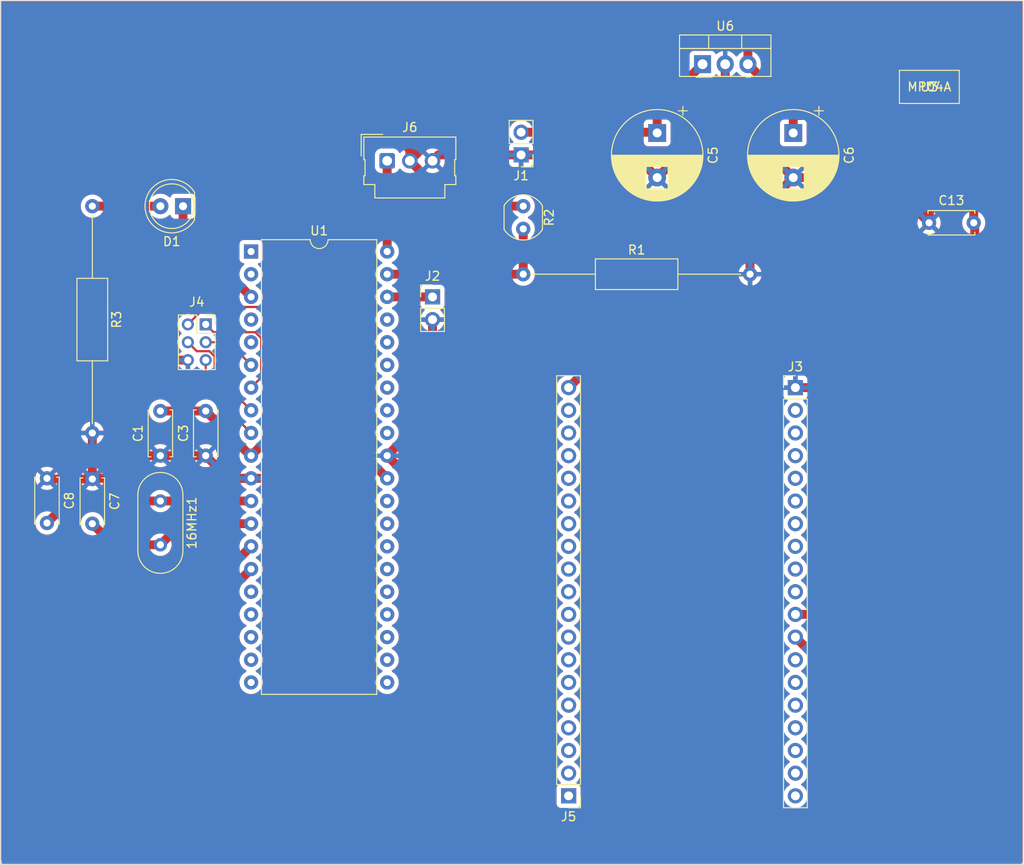
<source format=kicad_pcb>
(kicad_pcb (version 20221018) (generator pcbnew)
  (layers (0 "F.Cu" signal) (31 "B.Cu" signal) (34 "B.Paste" user) (35 "F.Paste" user) (36 "B.SilkS" user "B.Silkscreen") (37 "F.SilkS" user "F.Silkscreen") (38 "B.Mask" user) (39 "F.Mask" user) (44 "Edge.Cuts" user))
  (net 0 "")
  (net 1 "Net-(U1-XTAL2)")
  (net 2 "Net-(U1-XTAL1)")
  (net 3 "GND")
  (net 4 "+5V")
  (net 5 "Net-(J1-Pin_2)")
  (net 6 "+3.3V")
  (net 7 "Net-(J2-Pin_1)")
  (net 8 "Net-(J4-Pin_1)")
  (net 9 "Net-(J4-Pin_3)")
  (net 10 "Net-(J4-Pin_4)")
  (net 11 "Net-(J4-Pin_5)")
  (net 12 "Net-(U1-PA1)")
  (net 15 "Net-(D1-K)")
  (net 17 "unconnected-(U1-PB7-Pad8)")
  (net 18 "Net-(D1-A)")
  (net 48 "unconnected-(J3-Pin_11-Pad11)")
  (net 49 "unconnected-(J3-Pin_12-Pad12)")
  (net 52 "Net-(J3-Pin_15)")
  (net 53 "Net-(J3-Pin_16)")
  (net 75 "Net-(J6-Pin_1)")
  (footprint "Capacitor_THT:C_Disc_D5.0mm_W2.5mm_P5.00mm" (layer "F.Cu") (at 48.26 71.12 -90)
    (fp_text reference "C8" (at 2.5 -2.5 90) (layer "F.SilkS"))
    (fp_text value "22 uF")
    (pad "1" thru_hole circle (at 0 0 270) (size 1.6 1.6) (drill 0.8) (layers "*.Cu" "*.Mask") (net 3 "GND"))
    (pad "2" thru_hole circle (at 5 0 270) (size 1.6 1.6) (drill 0.8) (layers "*.Cu" "*.Mask") (net 1 "Net-(U1-XTAL2)"))
  )
  (footprint "LED_THT:LED_D5.0mm" (layer "F.Cu") (at 63.5 40.64 180)
    (fp_text reference "D1" (at 1.27 -3.96) (layer "F.SilkS"))
    (fp_text value "LED")
    (pad "1" thru_hole rect (at 0 0 180) (size 1.8 1.8) (drill 0.9) (layers "*.Cu" "*.Mask") (net 15 "Net-(D1-K)"))
    (pad "2" thru_hole circle (at 2.54 0 180) (size 1.8 1.8) (drill 0.9) (layers "*.Cu" "*.Mask") (net 18 "Net-(D1-A)"))
  )
  (footprint "Connector_PinSocket_2.00mm:PinSocket_2x03_P2.00mm_Vertical" (layer "F.Cu") (at 66.04 53.88)
    (fp_text reference "J4" (at -1 -2.5) (layer "F.SilkS"))
    (fp_text value "Conn_02x03_Odd_Even")
    (pad "1" thru_hole rect (at 0 0) (size 1.35 1.35) (drill 0.8) (layers "*.Cu" "*.Mask") (net 9 "Net-(J4-Pin_3)"))
    (pad "2" thru_hole oval (at -2 0) (size 1.35 1.35) (drill 0.8) (layers "*.Cu" "*.Mask") (net 4 "+5V"))
    (pad "3" thru_hole oval (at 0 2) (size 1.35 1.35) (drill 0.8) (layers "*.Cu" "*.Mask") (net 8 "Net-(J4-Pin_1)"))
    (pad "4" thru_hole oval (at -2 2) (size 1.35 1.35) (drill 0.8) (layers "*.Cu" "*.Mask") (net 17 "unconnected-(U1-PB7-Pad8)"))
    (pad "5" thru_hole oval (at 0 4) (size 1.35 1.35) (drill 0.8) (layers "*.Cu" "*.Mask") (net 11 "Net-(J4-Pin_5)"))
    (pad "6" thru_hole oval (at -2 4) (size 1.35 1.35) (drill 0.8) (layers "*.Cu" "*.Mask") (net 3 "GND"))
  )
  (footprint "Connector_PinHeader_2.54mm:PinHeader_1x02_P2.54mm_Vertical" (layer "F.Cu") (at 91.44 50.8)
    (fp_text reference "J2" (at 0 -2.33) (layer "F.SilkS"))
    (fp_text value "Conn_01x02_Pin")
    (pad "1" thru_hole rect (at 0 0) (size 1.7 1.7) (drill 1) (layers "*.Cu" "*.Mask") (net 7 "Net-(J2-Pin_1)"))
    (pad "2" thru_hole oval (at 0 2.54) (size 1.7 1.7) (drill 1) (layers "*.Cu" "*.Mask") (net 3 "GND"))
  )
  (footprint "Resistor_THT:R_Axial_DIN0309_L9.0mm_D3.2mm_P25.40mm_Horizontal" (layer "F.Cu") (at 101.6 48.26)
    (fp_text reference "R1" (at 12.7 -2.72) (layer "F.SilkS"))
    (fp_text value "R")
    (pad "1" thru_hole circle (at 0 0) (size 1.6 1.6) (drill 0.8) (layers "*.Cu" "*.Mask") (net 12 "Net-(U1-PA1)"))
    (pad "2" thru_hole oval (at 25.4 0) (size 1.6 1.6) (drill 0.8) (layers "*.Cu" "*.Mask") (net 3 "GND"))
  )
  (footprint "Connector_PinHeader_2.54mm:PinHeader_1x19_P2.54mm_Vertical" (layer "F.Cu") (at 106.68 106.68 180)
    (fp_text reference "J5" (at 0 -2.33) (layer "F.SilkS"))
    (fp_text value "Conn_01x19_Socket")
    (pad "1" thru_hole rect (at 0 0 180) (size 1.7 1.7) (drill 1) (layers "*.Cu" "*.Mask"))
    (pad "2" thru_hole oval (at 0 2.54 180) (size 1.7 1.7) (drill 1) (layers "*.Cu" "*.Mask"))
    (pad "3" thru_hole oval (at 0 5.08 180) (size 1.7 1.7) (drill 1) (layers "*.Cu" "*.Mask"))
    (pad "4" thru_hole oval (at 0 7.62 180) (size 1.7 1.7) (drill 1) (layers "*.Cu" "*.Mask"))
    (pad "5" thru_hole oval (at 0 10.16 180) (size 1.7 1.7) (drill 1) (layers "*.Cu" "*.Mask"))
    (pad "6" thru_hole oval (at 0 12.7 180) (size 1.7 1.7) (drill 1) (layers "*.Cu" "*.Mask"))
    (pad "7" thru_hole oval (at 0 15.24 180) (size 1.7 1.7) (drill 1) (layers "*.Cu" "*.Mask"))
    (pad "8" thru_hole oval (at 0 17.78 180) (size 1.7 1.7) (drill 1) (layers "*.Cu" "*.Mask"))
    (pad "9" thru_hole oval (at 0 20.32 180) (size 1.7 1.7) (drill 1) (layers "*.Cu" "*.Mask"))
    (pad "10" thru_hole oval (at 0 22.86 180) (size 1.7 1.7) (drill 1) (layers "*.Cu" "*.Mask"))
    (pad "11" thru_hole oval (at 0 25.4 180) (size 1.7 1.7) (drill 1) (layers "*.Cu" "*.Mask"))
    (pad "12" thru_hole oval (at 0 27.94 180) (size 1.7 1.7) (drill 1) (layers "*.Cu" "*.Mask"))
    (pad "13" thru_hole oval (at 0 30.48 180) (size 1.7 1.7) (drill 1) (layers "*.Cu" "*.Mask"))
    (pad "14" thru_hole oval (at 0 33.02 180) (size 1.7 1.7) (drill 1) (layers "*.Cu" "*.Mask"))
    (pad "15" thru_hole oval (at 0 35.56 180) (size 1.7 1.7) (drill 1) (layers "*.Cu" "*.Mask"))
    (pad "16" thru_hole oval (at 0 38.1 180) (size 1.7 1.7) (drill 1) (layers "*.Cu" "*.Mask"))
    (pad "17" thru_hole oval (at 0 40.64 180) (size 1.7 1.7) (drill 1) (layers "*.Cu" "*.Mask"))
    (pad "18" thru_hole oval (at 0 43.18 180) (size 1.7 1.7) (drill 1) (layers "*.Cu" "*.Mask"))
    (pad "19" thru_hole oval (at 0 45.72 180) (size 1.7 1.7) (drill 1) (layers "*.Cu" "*.Mask") (net 6 "+3.3V"))
  )
  (footprint "OptoDevice:R_LDR_4.9x4.2mm_P2.54mm_Vertical" (layer "F.Cu") (at 101.6 40.64 -90)
    (fp_text reference "R2" (at 1.27 -2.9 90) (layer "F.SilkS"))
    (fp_text value "R_Photo")
    (pad "1" thru_hole circle (at 0 0 270) (size 1.6 1.6) (drill 0.8) (layers "*.Cu" "*.Mask") (net 4 "+5V"))
    (pad "2" thru_hole circle (at 2.54 0 270) (size 1.6 1.6) (drill 0.8) (layers "*.Cu" "*.Mask") (net 12 "Net-(U1-PA1)"))
  )
  (footprint "Capacitor_THT:C_Disc_D5.0mm_W2.5mm_P5.00mm" (layer "F.Cu") (at 147.05 42.5)
    (fp_text reference "C13" (at 2.5 -2.5) (layer "F.SilkS"))
    (fp_text value "0.1uF")
    (pad "1" thru_hole circle (at 0 0) (size 1.6 1.6) (drill 0.8) (layers "*.Cu" "*.Mask") (net 3 "GND"))
    (pad "2" thru_hole circle (at 5 0) (size 1.6 1.6) (drill 0.8) (layers "*.Cu" "*.Mask") (net 6 "+3.3V"))
  )
  (footprint "Capacitor_THT:C_Disc_D5.0mm_W2.5mm_P5.00mm" (layer "F.Cu") (at 53.34 71.2 -90)
    (fp_text reference "C7" (at 2.5 -2.5 90) (layer "F.SilkS"))
    (fp_text value "22 uF")
    (pad "1" thru_hole circle (at 0 0 270) (size 1.6 1.6) (drill 0.8) (layers "*.Cu" "*.Mask") (net 3 "GND"))
    (pad "2" thru_hole circle (at 5 0 270) (size 1.6 1.6) (drill 0.8) (layers "*.Cu" "*.Mask") (net 2 "Net-(U1-XTAL1)"))
  )
  (footprint "Package_TO_SOT_THT:TO-220-3_Vertical" (layer "F.Cu") (at 121.68 24.7396)
    (fp_text reference "U6" (at 2.54 -4.27) (layer "F.SilkS"))
    (fp_text value "L7805")
    (pad "1" thru_hole rect (at 0 0) (size 1.905 2) (drill 1.1) (layers "*.Cu" "*.Mask") (net 5 "Net-(J1-Pin_2)"))
    (pad "2" thru_hole oval (at 2.54 0) (size 1.905 2) (drill 1.1) (layers "*.Cu" "*.Mask") (net 3 "GND"))
    (pad "3" thru_hole oval (at 5.08 0) (size 1.905 2) (drill 1.1) (layers "*.Cu" "*.Mask") (net 4 "+5V"))
  )
  (footprint "Capacitor_THT:CP_Radial_D10.0mm_P5.00mm" (layer "F.Cu") (at 116.6 32.4396 -90)
    (fp_text reference "C5" (at 2.5 -6.25 90) (layer "F.SilkS"))
    (fp_text value "10 uF")
    (pad "1" thru_hole rect (at 0 0 270) (size 2 2) (drill 1) (layers "*.Cu" "*.Mask") (net 5 "Net-(J1-Pin_2)"))
    (pad "2" thru_hole circle (at 5 0 270) (size 2 2) (drill 1) (layers "*.Cu" "*.Mask") (net 3 "GND"))
  )
  (footprint "Crystal:Crystal_HC18-U_Vertical" (layer "F.Cu") (at 60.96 73.66 -90)
    (fp_text reference "16MHz1" (at 2.45 -3.525 90) (layer "F.SilkS"))
    (fp_text value "Crystal")
    (pad "1" thru_hole circle (at 0 0 270) (size 1.5 1.5) (drill 0.8) (layers "*.Cu" "*.Mask") (net 1 "Net-(U1-XTAL2)"))
    (pad "2" thru_hole circle (at 4.9 0 270) (size 1.5 1.5) (drill 0.8) (layers "*.Cu" "*.Mask") (net 2 "Net-(U1-XTAL1)"))
  )
  (footprint "Connector_Molex:Molex_SL_171971-0003_1x03_P2.54mm_Vertical" (layer "F.Cu") (at 86.36 35.56)
    (fp_text reference "J6" (at 2.54 -3.75) (layer "F.SilkS"))
    (fp_text value "Conn_01x03_Socket")
    (pad "1" thru_hole roundrect (at 0 0) (size 1.74 1.74) (drill 1.09) (layers "*.Cu" "*.Mask") (roundrect_rratio 0.1436781609) (net 75 "Net-(J6-Pin_1)"))
    (pad "2" thru_hole circle (at 2.54 0) (size 1.74 1.74) (drill 1.09) (layers "*.Cu" "*.Mask") (net 4 "+5V"))
    (pad "3" thru_hole circle (at 5.08 0) (size 1.74 1.74) (drill 1.09) (layers "*.Cu" "*.Mask") (net 3 "GND"))
  )
  (footprint "Capacitor_THT:CP_Radial_D10.0mm_P5.00mm" (layer "F.Cu") (at 131.84 32.4396 -90)
    (fp_text reference "C6" (at 2.5 -6.25 90) (layer "F.SilkS"))
    (fp_text value "0.1uF")
    (pad "1" thru_hole rect (at 0 0 270) (size 2 2) (drill 1) (layers "*.Cu" "*.Mask") (net 4 "+5V"))
    (pad "2" thru_hole circle (at 5 0 270) (size 2 2) (drill 1) (layers "*.Cu" "*.Mask") (net 3 "GND"))
  )
  (footprint "Connector_PinHeader_2.54mm:PinHeader_1x19_P2.54mm_Vertical" (layer "F.Cu") (at 132.08 60.96)
    (fp_text reference "J3" (at 0 -2.33) (layer "F.SilkS"))
    (fp_text value "Conn_01x19_Socket")
    (pad "1" thru_hole rect (at 0 0) (size 1.7 1.7) (drill 1) (layers "*.Cu" "*.Mask") (net 3 "GND"))
    (pad "2" thru_hole oval (at 0 2.54) (size 1.7 1.7) (drill 1) (layers "*.Cu" "*.Mask"))
    (pad "3" thru_hole oval (at 0 5.08) (size 1.7 1.7) (drill 1) (layers "*.Cu" "*.Mask"))
    (pad "4" thru_hole oval (at 0 7.62) (size 1.7 1.7) (drill 1) (layers "*.Cu" "*.Mask"))
    (pad "5" thru_hole oval (at 0 10.16) (size 1.7 1.7) (drill 1) (layers "*.Cu" "*.Mask"))
    (pad "6" thru_hole oval (at 0 12.7) (size 1.7 1.7) (drill 1) (layers "*.Cu" "*.Mask"))
    (pad "7" thru_hole oval (at 0 15.24) (size 1.7 1.7) (drill 1) (layers "*.Cu" "*.Mask"))
    (pad "8" thru_hole oval (at 0 17.78) (size 1.7 1.7) (drill 1) (layers "*.Cu" "*.Mask"))
    (pad "9" thru_hole oval (at 0 20.32) (size 1.7 1.7) (drill 1) (layers "*.Cu" "*.Mask"))
    (pad "10" thru_hole oval (at 0 22.86) (size 1.7 1.7) (drill 1) (layers "*.Cu" "*.Mask"))
    (pad "11" thru_hole oval (at 0 25.4) (size 1.7 1.7) (drill 1) (layers "*.Cu" "*.Mask") (net 48 "unconnected-(J3-Pin_11-Pad11)"))
    (pad "12" thru_hole oval (at 0 27.94) (size 1.7 1.7) (drill 1) (layers "*.Cu" "*.Mask") (net 49 "unconnected-(J3-Pin_12-Pad12)"))
    (pad "13" thru_hole oval (at 0 30.48) (size 1.7 1.7) (drill 1) (layers "*.Cu" "*.Mask"))
    (pad "14" thru_hole oval (at 0 33.02) (size 1.7 1.7) (drill 1) (layers "*.Cu" "*.Mask"))
    (pad "15" thru_hole oval (at 0 35.56) (size 1.7 1.7) (drill 1) (layers "*.Cu" "*.Mask") (net 52 "Net-(J3-Pin_15)"))
    (pad "16" thru_hole oval (at 0 38.1) (size 1.7 1.7) (drill 1) (layers "*.Cu" "*.Mask") (net 53 "Net-(J3-Pin_16)"))
    (pad "17" thru_hole oval (at 0 40.64) (size 1.7 1.7) (drill 1) (layers "*.Cu" "*.Mask"))
    (pad "18" thru_hole oval (at 0 43.18) (size 1.7 1.7) (drill 1) (layers "*.Cu" "*.Mask"))
    (pad "19" thru_hole oval (at 0 45.72) (size 1.7 1.7) (drill 1) (layers "*.Cu" "*.Mask"))
  )
  (footprint "footprints:LM3940IMP-3.3" (layer "F.Cu") (at 147.08 27.2796)
    (fp_text reference "U3" (at 0 0) (layer "F.SilkS"))
    (fp_text value "MP04A" (at 0 0) (layer "F.SilkS"))
    (fp_text user "*" (at 0 0) (layer "F.SilkS"))
    (fp_poly (pts (xy 1.5748 -4.0005) (xy -1.5748 -4.0005) (xy -1.5748 -2.4003) (xy 1.5748 -2.4003)) (stroke (width 0.1)) (fill solid) (layer "F.Cu"))
    (pad "1" smd rect (at -2.3 3.2004) (size 0.8382 1.6002) (layers "F.Cu" "F.Paste" "F.Mask") (net 4 "+5V"))
    (pad "2" smd rect (at 0 3.2004) (size 0.8382 1.6002) (layers "F.Cu" "F.Paste" "F.Mask") (net 3 "GND"))
    (pad "3" smd rect (at 2.3 3.2004) (size 0.8382 1.6002) (layers "F.Cu" "F.Paste" "F.Mask") (net 6 "+3.3V"))
  )
  (footprint "Connector_PinHeader_2.54mm:PinHeader_1x02_P2.54mm_Vertical" (layer "F.Cu") (at 101.36 34.8996 180)
    (fp_text reference "J1" (at 0 -2.33) (layer "F.SilkS"))
    (fp_text value "Conn_01x02")
    (pad "1" thru_hole rect (at 0 0 180) (size 1.7 1.7) (drill 1) (layers "*.Cu" "*.Mask") (net 3 "GND"))
    (pad "2" thru_hole oval (at 0 2.54 180) (size 1.7 1.7) (drill 1) (layers "*.Cu" "*.Mask") (net 5 "Net-(J1-Pin_2)"))
  )
  (footprint "Capacitor_THT:C_Disc_D5.0mm_W2.5mm_P5.00mm" (layer "F.Cu") (at 60.96 68.58 90)
    (fp_text reference "C1" (at 2.5 -2.5 90) (layer "F.SilkS"))
    (fp_text value "0.1uF")
    (pad "1" thru_hole circle (at 0 0 90) (size 1.6 1.6) (drill 0.8) (layers "*.Cu" "*.Mask") (net 3 "GND"))
    (pad "2" thru_hole circle (at 5 0 90) (size 1.6 1.6) (drill 0.8) (layers "*.Cu" "*.Mask") (net 4 "+5V"))
  )
  (footprint "Resistor_THT:R_Axial_DIN0309_L9.0mm_D3.2mm_P25.40mm_Horizontal" (layer "F.Cu") (at 53.34 40.64 -90)
    (fp_text reference "R3" (at 12.7 -2.72 90) (layer "F.SilkS"))
    (fp_text value "R")
    (pad "1" thru_hole circle (at 0 0 270) (size 1.6 1.6) (drill 0.8) (layers "*.Cu" "*.Mask") (net 18 "Net-(D1-A)"))
    (pad "2" thru_hole oval (at 25.4 0 270) (size 1.6 1.6) (drill 0.8) (layers "*.Cu" "*.Mask") (net 3 "GND"))
  )
  (footprint "Capacitor_THT:C_Disc_D5.0mm_W2.5mm_P5.00mm" (layer "F.Cu") (at 66.04 68.58 90)
    (fp_text reference "C3" (at 2.5 -2.5 90) (layer "F.SilkS"))
    (fp_text value "0.1uF")
    (pad "1" thru_hole circle (at 0 0 90) (size 1.6 1.6) (drill 0.8) (layers "*.Cu" "*.Mask") (net 3 "GND"))
    (pad "2" thru_hole circle (at 5 0 90) (size 1.6 1.6) (drill 0.8) (layers "*.Cu" "*.Mask") (net 4 "+5V"))
  )
  (footprint "Package_DIP:DIP-40_W15.24mm" (layer "F.Cu") (at 71.12 45.72)
    (fp_text reference "U1" (at 7.62 -2.33) (layer "F.SilkS"))
    (fp_text value "ATmega8535-16P")
    (pad "1" thru_hole rect (at 0 0) (size 1.6 1.6) (drill 0.8) (layers "*.Cu" "*.Mask"))
    (pad "2" thru_hole oval (at 0 2.54) (size 1.6 1.6) (drill 0.8) (layers "*.Cu" "*.Mask"))
    (pad "3" thru_hole oval (at 0 5.08) (size 1.6 1.6) (drill 0.8) (layers "*.Cu" "*.Mask") (net 15 "Net-(D1-K)"))
    (pad "4" thru_hole oval (at 0 7.62) (size 1.6 1.6) (drill 0.8) (layers "*.Cu" "*.Mask"))
    (pad "5" thru_hole oval (at 0 10.16) (size 1.6 1.6) (drill 0.8) (layers "*.Cu" "*.Mask") (net 10 "Net-(J4-Pin_4)"))
    (pad "6" thru_hole oval (at 0 12.7) (size 1.6 1.6) (drill 0.8) (layers "*.Cu" "*.Mask") (net 8 "Net-(J4-Pin_1)"))
    (pad "7" thru_hole oval (at 0 15.24) (size 1.6 1.6) (drill 0.8) (layers "*.Cu" "*.Mask") (net 9 "Net-(J4-Pin_3)"))
    (pad "8" thru_hole oval (at 0 17.78) (size 1.6 1.6) (drill 0.8) (layers "*.Cu" "*.Mask") (net 17 "unconnected-(U1-PB7-Pad8)"))
    (pad "9" thru_hole oval (at 0 20.32) (size 1.6 1.6) (drill 0.8) (layers "*.Cu" "*.Mask") (net 11 "Net-(J4-Pin_5)"))
    (pad "10" thru_hole oval (at 0 22.86) (size 1.6 1.6) (drill 0.8) (layers "*.Cu" "*.Mask") (net 4 "+5V"))
    (pad "11" thru_hole oval (at 0 25.4) (size 1.6 1.6) (drill 0.8) (layers "*.Cu" "*.Mask") (net 3 "GND"))
    (pad "12" thru_hole oval (at 0 27.94) (size 1.6 1.6) (drill 0.8) (layers "*.Cu" "*.Mask") (net 1 "Net-(U1-XTAL2)"))
    (pad "13" thru_hole oval (at 0 30.48) (size 1.6 1.6) (drill 0.8) (layers "*.Cu" "*.Mask") (net 2 "Net-(U1-XTAL1)"))
    (pad "14" thru_hole oval (at 0 33.02) (size 1.6 1.6) (drill 0.8) (layers "*.Cu" "*.Mask") (net 48 "unconnected-(J3-Pin_11-Pad11)"))
    (pad "15" thru_hole oval (at 0 35.56) (size 1.6 1.6) (drill 0.8) (layers "*.Cu" "*.Mask") (net 49 "unconnected-(J3-Pin_12-Pad12)"))
    (pad "16" thru_hole oval (at 0 38.1) (size 1.6 1.6) (drill 0.8) (layers "*.Cu" "*.Mask"))
    (pad "17" thru_hole oval (at 0 40.64) (size 1.6 1.6) (drill 0.8) (layers "*.Cu" "*.Mask"))
    (pad "18" thru_hole oval (at 0 43.18) (size 1.6 1.6) (drill 0.8) (layers "*.Cu" "*.Mask"))
    (pad "19" thru_hole oval (at 0 45.72) (size 1.6 1.6) (drill 0.8) (layers "*.Cu" "*.Mask"))
    (pad "20" thru_hole oval (at 0 48.26) (size 1.6 1.6) (drill 0.8) (layers "*.Cu" "*.Mask"))
    (pad "21" thru_hole oval (at 15.24 48.26) (size 1.6 1.6) (drill 0.8) (layers "*.Cu" "*.Mask"))
    (pad "22" thru_hole oval (at 15.24 45.72) (size 1.6 1.6) (drill 0.8) (layers "*.Cu" "*.Mask"))
    (pad "23" thru_hole oval (at 15.24 43.18) (size 1.6 1.6) (drill 0.8) (layers "*.Cu" "*.Mask"))
    (pad "24" thru_hole oval (at 15.24 40.64) (size 1.6 1.6) (drill 0.8) (layers "*.Cu" "*.Mask"))
    (pad "25" thru_hole oval (at 15.24 38.1) (size 1.6 1.6) (drill 0.8) (layers "*.Cu" "*.Mask"))
    (pad "26" thru_hole oval (at 15.24 35.56) (size 1.6 1.6) (drill 0.8) (layers "*.Cu" "*.Mask"))
    (pad "27" thru_hole oval (at 15.24 33.02) (size 1.6 1.6) (drill 0.8) (layers "*.Cu" "*.Mask"))
    (pad "28" thru_hole oval (at 15.24 30.48) (size 1.6 1.6) (drill 0.8) (layers "*.Cu" "*.Mask"))
    (pad "29" thru_hole oval (at 15.24 27.94) (size 1.6 1.6) (drill 0.8) (layers "*.Cu" "*.Mask"))
    (pad "30" thru_hole oval (at 15.24 25.4) (size 1.6 1.6) (drill 0.8) (layers "*.Cu" "*.Mask") (net 4 "+5V"))
    (pad "31" thru_hole oval (at 15.24 22.86) (size 1.6 1.6) (drill 0.8) (layers "*.Cu" "*.Mask") (net 3 "GND"))
    (pad "32" thru_hole oval (at 15.24 20.32) (size 1.6 1.6) (drill 0.8) (layers "*.Cu" "*.Mask"))
    (pad "33" thru_hole oval (at 15.24 17.78) (size 1.6 1.6) (drill 0.8) (layers "*.Cu" "*.Mask"))
    (pad "34" thru_hole oval (at 15.24 15.24) (size 1.6 1.6) (drill 0.8) (layers "*.Cu" "*.Mask"))
    (pad "35" thru_hole oval (at 15.24 12.7) (size 1.6 1.6) (drill 0.8) (layers "*.Cu" "*.Mask"))
    (pad "36" thru_hole oval (at 15.24 10.16) (size 1.6 1.6) (drill 0.8) (layers "*.Cu" "*.Mask"))
    (pad "37" thru_hole oval (at 15.24 7.62) (size 1.6 1.6) (drill 0.8) (layers "*.Cu" "*.Mask"))
    (pad "38" thru_hole oval (at 15.24 5.08) (size 1.6 1.6) (drill 0.8) (layers "*.Cu" "*.Mask") (net 7 "Net-(J2-Pin_1)"))
    (pad "39" thru_hole oval (at 15.24 2.54) (size 1.6 1.6) (drill 0.8) (layers "*.Cu" "*.Mask") (net 12 "Net-(U1-PA1)"))
    (pad "40" thru_hole oval (at 15.24 0) (size 1.6 1.6) (drill 0.8) (layers "*.Cu" "*.Mask") (net 75 "Net-(J6-Pin_1)"))
  )
  (gr_rect (start 43.09 17.64) (end 157.57 114.39) (stroke (width 0.1)) (fill none) (layer "Edge.Cuts"))
  (gr_text "EPS32" (at 115.8 84.1) (layer "F.Cu") (effects (font (size 1.5 1.5) (thickness 0.3) bold) (justify left bottom)))
  (gr_text "ATmega8535\n" (at 72.2 102.5) (layer "F.Cu") (effects (font (size 1.5 1.5) (thickness 0.3) bold) (justify left bottom)))
  (gr_text "OAMK / Ryhmä 5" (at 71.9 27.75) (layer "F.Cu") (effects (font (size 1.5 1.5) (thickness 0.3) bold) (justify left bottom)))
  (segment (start 50.72 73.66) (end 48.26 76.12) (width 1) (layer "F.Cu") (net 1))
  (segment (start 60.96 73.66) (end 50.72 73.66) (width 1) (layer "F.Cu") (net 1))
  (segment (start 60.96 73.66) (end 71.12 73.66) (width 1) (layer "F.Cu") (net 1))
  (segment (start 71.12 76.2) (end 63.32 76.2) (width 1) (layer "F.Cu") (net 2))
  (segment (start 63.32 76.2) (end 60.96 78.56) (width 1) (layer "F.Cu") (net 2))
  (segment (start 60.96 78.56) (end 55.7 78.56) (width 1) (layer "F.Cu") (net 2))
  (segment (start 55.7 78.56) (end 53.34 76.2) (width 1) (layer "F.Cu") (net 2))
  (segment (start 71.12 71.12) (end 76.2 71.12) (width 1) (layer "F.Cu") (net 3))
  (segment (start 124.22 29.8196) (end 116.6 37.4396) (width 1) (layer "F.Cu") (net 3))
  (segment (start 53.42 71.12) (end 53.34 71.2) (width 1) (layer "F.Cu") (net 3))
  (segment (start 53.34 66.04) (end 53.34 71.2) (width 1) (layer "F.Cu") (net 3))
  (segment (start 91.44 63.5) (end 91.44 53.34) (width 1) (layer "F.Cu") (net 3))
  (segment (start 78.74 73.66) (end 78.74 96.52) (width 1) (layer "F.Cu") (net 3))
  (segment (start 154.94 33.4208) (end 149.4592 27.94) (width 1) (layer "F.Cu") (net 3))
  (segment (start 124.22 29.8196) (end 131.84 37.4396) (width 1) (layer "F.Cu") (net 3))
  (segment (start 101.36 34.8996) (end 114.06 34.8996) (width 1) (layer "F.Cu") (net 3))
  (segment (start 147.05 42.5) (end 141.9896 37.4396) (width 1) (layer "F.Cu") (net 3))
  (segment (start 92.1004 34.8996) (end 91.44 35.56) (width 1) (layer "F.Cu") (net 3))
  (segment (start 68.58 71.12) (end 66.04 68.58) (width 1) (layer "F.Cu") (net 3))
  (segment (start 114.06 34.8996) (end 116.6 37.4396) (width 1) (layer "F.Cu") (net 3))
  (segment (start 61.5 57.88) (end 64.04 57.88) (width 1) (layer "F.Cu") (net 3))
  (segment (start 53.34 71.2) (end 48.34 71.2) (width 1) (layer "F.Cu") (net 3))
  (segment (start 147.08 30.48) (end 147.08 42.47) (width 1) (layer "F.Cu") (net 3))
  (segment (start 71.12 71.12) (end 53.42 71.12) (width 1) (layer "F.Cu") (net 3))
  (segment (start 152.4 60.96) (end 154.94 58.42) (width 1) (layer "F.Cu") (net 3))
  (segment (start 127 48.26) (end 127 42.2796) (width 1) (layer "F.Cu") (net 3))
  (segment (start 81.28 99.06) (end 88.9 99.06) (width 1) (layer "F.Cu") (net 3))
  (segment (start 88.9 99.06) (end 88.9 71.12) (width 1) (layer "F.Cu") (net 3))
  (segment (start 147.08 28.18) (end 147.08 30.48) (width 1) (layer "F.Cu") (net 3))
  (segment (start 127 42.2796) (end 131.84 37.4396) (width 1) (layer "F.Cu") (net 3))
  (segment (start 60.96 68.58) (end 58.42 68.58) (width 1) (layer "F.Cu") (net 3))
  (segment (start 154.94 58.42) (end 154.94 33.4208) (width 1) (layer "F.Cu") (net 3))
  (segment (start 101.36 34.8996) (end 92.1004 34.8996) (width 1) (layer "F.Cu") (net 3))
  (segment (start 48.34 71.2) (end 48.26 71.12) (width 1) (layer "F.Cu") (net 3))
  (segment (start 147.32 27.94) (end 147.08 28.18) (width 1) (layer "F.Cu") (net 3))
  (segment (start 132.08 60.96) (end 152.4 60.96) (width 1) (layer "F.Cu") (net 3))
  (segment (start 58.42 60.96) (end 61.5 57.88) (width 1) (layer "F.Cu") (net 3))
  (segment (start 86.36 68.58) (end 91.44 63.5) (width 1) (layer "F.Cu") (net 3))
  (segment (start 58.42 68.58) (end 58.42 60.96) (width 1) (layer "F.Cu") (net 3))
  (segment (start 71.12 71.12) (end 68.58 71.12) (width 1) (layer "F.Cu") (net 3))
  (segment (start 149.4592 27.94) (end 147.32 27.94) (width 1) (layer "F.Cu") (net 3))
  (segment (start 141.9896 37.4396) (end 131.84 37.4396) (width 1) (layer "F.Cu") (net 3))
  (segment (start 66.04 68.58) (end 60.96 68.58) (width 1) (layer "F.Cu") (net 3))
  (segment (start 88.9 71.12) (end 86.36 68.58) (width 1) (layer "F.Cu") (net 3))
  (segment (start 124.22 24.7396) (end 124.22 29.8196) (width 1) (layer "F.Cu") (net 3))
  (segment (start 76.2 71.12) (end 78.74 73.66) (width 1) (layer "F.Cu") (net 3))
  (segment (start 78.74 96.52) (end 81.28 99.06) (width 1) (layer "F.Cu") (net 3))
  (segment (start 147.08 42.47) (end 147.05 42.5) (width 1) (layer "F.Cu") (net 3))
  (segment (start 126.76 24.7396) (end 126.76 22.62) (width 1) (layer "F.Cu") (net 4))
  (segment (start 104.14 20.32) (end 88.9 35.56) (width 1) (layer "F.Cu") (net 4))
  (segment (start 131.84 29.8196) (end 126.76 24.7396) (width 1) (layer "F.Cu") (net 4))
  (segment (start 93.98 40.64) (end 101.6 40.64) (width 1) (layer "F.Cu") (net 4))
  (segment (start 64.04 53.88) (end 65.995 51.925) (width 0.25) (layer "F.Cu") (net 4))
  (segment (start 88.9 35.56) (end 88.9 34.329635) (width 1) (layer "F.Cu") (net 4))
  (segment (start 71.12 68.58) (end 71.04 68.58) (width 1) (layer "F.Cu") (net 4))
  (segment (start 77.325 51.925) (end 78.74 53.34) (width 0.25) (layer "F.Cu") (net 4))
  (segment (start 71.04 68.58) (end 66.04 63.58) (width 1) (layer "F.Cu") (net 4))
  (segment (start 88.9 34.329635) (end 87.590365 33.02) (width 1) (layer "F.Cu") (net 4))
  (segment (start 78.74 33.02) (end 78.74 53.34) (width 1) (layer "F.Cu") (net 4))
  (segment (start 124.46 20.32) (end 104.14 20.32) (width 1) (layer "F.Cu") (net 4))
  (segment (start 78.74 60.96) (end 71.12 68.58) (width 1) (layer "F.Cu") (net 4))
  (segment (start 86.36 71.12) (end 78.74 63.5) (width 1) (layer "F.Cu") (net 4))
  (segment (start 126.76 22.62) (end 124.46 20.32) (width 1) (layer "F.Cu") (net 4))
  (segment (start 87.590365 33.02) (end 78.74 33.02) (width 1) (layer "F.Cu") (net 4))
  (segment (start 88.9 35.56) (end 93.98 40.64) (width 1) (layer "F.Cu") (net 4))
  (segment (start 131.84 29.8196) (end 132.5004 30.48) (width 1) (layer "F.Cu") (net 4))
  (segment (start 78.74 63.5) (end 78.74 60.96) (width 1) (layer "F.Cu") (net 4))
  (segment (start 78.74 53.34) (end 78.74 60.96) (width 1) (layer "F.Cu") (net 4))
  (segment (start 66.04 63.58) (end 60.96 63.58) (width 1) (layer "F.Cu") (net 4))
  (segment (start 132.5004 30.48) (end 144.78 30.48) (width 1) (layer "F.Cu") (net 4))
  (segment (start 131.84 32.4396) (end 131.84 29.8196) (width 1) (layer "F.Cu") (net 4))
  (segment (start 65.995 51.925) (end 77.325 51.925) (width 0.25) (layer "F.Cu") (net 4))
  (segment (start 116.6 29.8196) (end 121.68 24.7396) (width 1) (layer "F.Cu") (net 5))
  (segment (start 101.36 32.3596) (end 116.52 32.3596) (width 1) (layer "F.Cu") (net 5))
  (segment (start 116.6 32.4396) (end 116.6 29.8196) (width 1) (layer "F.Cu") (net 5))
  (segment (start 116.52 32.3596) (end 116.6 32.4396) (width 1) (layer "F.Cu") (net 5))
  (segment (start 152.05 37.3296) (end 152.05 42.5) (width 1) (layer "F.Cu") (net 6))
  (segment (start 152.4 55.88) (end 152.16 55.64) (width 1) (layer "F.Cu") (net 6))
  (segment (start 106.68 60.96) (end 111.76 55.88) (width 1) (layer "F.Cu") (net 6))
  (segment (start 149.38 30.48) (end 149.38 34.6596) (width 1) (layer "F.Cu") (net 6))
  (segment (start 111.76 55.88) (end 152.4 55.88) (width 1) (layer "F.Cu") (net 6))
  (segment (start 152.16 55.64) (end 152.16 42.61) (width 1) (layer "F.Cu") (net 6))
  (segment (start 152.16 42.61) (end 152.05 42.5) (width 1) (layer "F.Cu") (net 6))
  (segment (start 149.38 34.6596) (end 152.05 37.3296) (width 1) (layer "F.Cu") (net 6))
  (segment (start 91.44 50.8) (end 86.36 50.8) (width 1) (layer "F.Cu") (net 7))
  (segment (start 71.12 58.42) (end 68.58 55.88) (width 0.25) (layer "F.Cu") (net 8))
  (segment (start 68.58 55.88) (end 66.04 55.88) (width 0.25) (layer "F.Cu") (net 8))
  (segment (start 72.245 55.414009) (end 71.585991 54.755) (width 0.25) (layer "F.Cu") (net 9))
  (segment (start 72.245 59.835) (end 72.245 55.414009) (width 0.25) (layer "F.Cu") (net 9))
  (segment (start 71.12 60.96) (end 72.245 59.835) (width 0.25) (layer "F.Cu") (net 9))
  (segment (start 71.585991 54.755) (end 66.915 54.755) (width 0.25) (layer "F.Cu") (net 9))
  (segment (start 66.915 54.755) (end 66.04 53.88) (width 0.25) (layer "F.Cu") (net 9))
  (segment (start 71.12 66.04) (end 66.04 60.96) (width 0.25) (layer "F.Cu") (net 11))
  (segment (start 66.04 60.96) (end 66.04 57.88) (width 0.25) (layer "F.Cu") (net 11))
  (segment (start 101.6 48.26) (end 86.36 48.26) (width 1) (layer "F.Cu") (net 12))
  (segment (start 101.6 43.18) (end 101.6 48.26) (width 1) (layer "F.Cu") (net 12))
  (segment (start 71.12 50.8) (end 63.5 43.18) (width 1) (layer "F.Cu") (net 15))
  (segment (start 63.5 43.18) (end 63.5 40.64) (width 1) (layer "F.Cu") (net 15))
  (segment (start 67.04 59.42) (end 67.04 57.465786) (width 0.25) (layer "F.Cu") (net 17))
  (segment (start 71.12 63.5) (end 67.04 59.42) (width 0.25) (layer "F.Cu") (net 17))
  (segment (start 66.454214 56.88) (end 65.04 56.88) (width 0.25) (layer "F.Cu") (net 17))
  (segment (start 65.04 56.88) (end 64.04 55.88) (width 0.25) (layer "F.Cu") (net 17))
  (segment (start 67.04 57.465786) (end 66.454214 56.88) (width 0.25) (layer "F.Cu") (net 17))
  (segment (start 60.96 40.64) (end 53.34 40.64) (width 1) (layer "F.Cu") (net 18))
  (segment (start 68.58 111.76) (end 63.5 106.68) (width 1) (layer "F.Cu") (net 48))
  (segment (start 142.24 111.76) (end 68.58 111.76) (width 1) (layer "F.Cu") (net 48))
  (segment (start 132.08 86.36) (end 134.62 86.36) (width 1) (layer "F.Cu") (net 48))
  (segment (start 134.62 86.36) (end 142.24 93.98) (width 1) (layer "F.Cu") (net 48))
  (segment (start 63.5 106.68) (end 63.5 86.36) (width 1) (layer "F.Cu") (net 48))
  (segment (start 63.5 86.36) (end 71.12 78.74) (width 1) (layer "F.Cu") (net 48))
  (segment (start 142.24 93.98) (end 142.24 111.76) (width 1) (layer "F.Cu") (net 48))
  (segment (start 137.16 109.22) (end 71.12 109.22) (width 1) (layer "F.Cu") (net 49))
  (segment (start 66.04 86.36) (end 71.12 81.28) (width 1) (layer "F.Cu") (net 49))
  (segment (start 137.16 93.98) (end 137.16 109.22) (width 1) (layer "F.Cu") (net 49))
  (segment (start 132.08 88.9) (end 137.16 93.98) (width 1) (layer "F.Cu") (net 49))
  (segment (start 71.12 109.22) (end 66.04 104.14) (width 1) (layer "F.Cu") (net 49))
  (segment (start 66.04 104.14) (end 66.04 86.36) (width 1) (layer "F.Cu") (net 49))
  (segment (start 86.36 45.72) (end 86.36 35.56) (width 1) (layer "F.Cu") (net 75))
  (zone (net 3) (net_name "GND") (layer "F.Cu") (priority 1) (connect_pads (clearance 0.5)) (min_thickness 0.25) (fill yes (thermal_gap 0.5) (thermal_bridge_width 0.5))
    (polygon (pts (xy 43 17.65) (xy 43.1 113.95) (xy 157.6 114.1) (xy 157.7 17.65) (xy 43.1 17.55)))
  )
  (zone (net 3) (net_name "GND") (layer "B.Cu") (connect_pads (clearance 0.5)) (min_thickness 0.25) (fill yes (thermal_gap 0.5) (thermal_bridge_width 0.5))
    (polygon (pts (xy 43.18 17.78) (xy 157.48 17.78) (xy 157.48 114.3) (xy 43.18 114.3)))
  )
)
</source>
